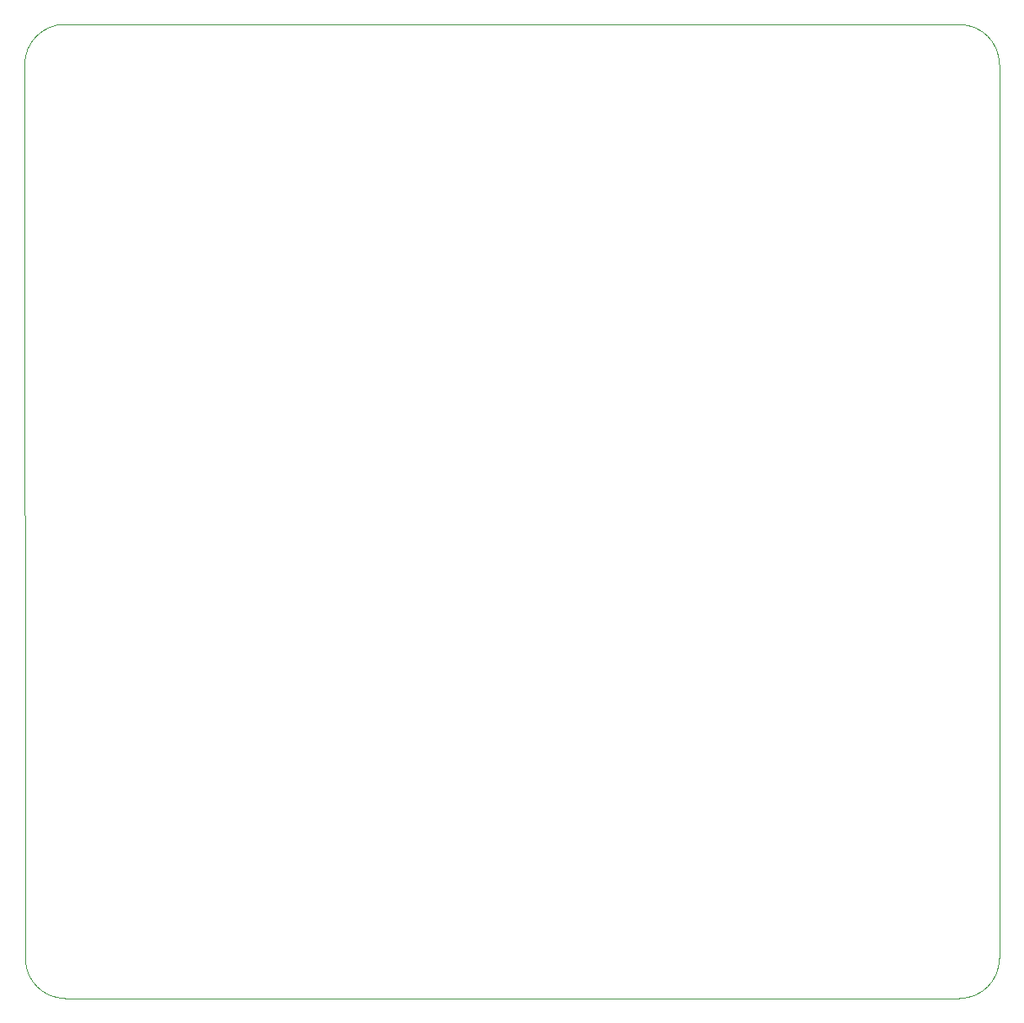
<source format=gm1>
%TF.GenerationSoftware,KiCad,Pcbnew,7.0.7*%
%TF.CreationDate,2024-04-15T18:53:03+09:00*%
%TF.ProjectId,ALTAIR_SERVO_MODULE_V3,414c5441-4952-45f5-9345-52564f5f4d4f,rev?*%
%TF.SameCoordinates,Original*%
%TF.FileFunction,Profile,NP*%
%FSLAX46Y46*%
G04 Gerber Fmt 4.6, Leading zero omitted, Abs format (unit mm)*
G04 Created by KiCad (PCBNEW 7.0.7) date 2024-04-15 18:53:03*
%MOMM*%
%LPD*%
G01*
G04 APERTURE LIST*
%TA.AperFunction,Profile*%
%ADD10C,0.050000*%
%TD*%
G04 APERTURE END LIST*
D10*
X105918000Y-50038000D02*
X106000000Y-140000000D01*
X204000000Y-50000000D02*
G75*
G03*
X200000000Y-46000000I-4000000J0D01*
G01*
X204000000Y-140000000D02*
X204000000Y-50000000D01*
X106000000Y-140000000D02*
G75*
G03*
X110000000Y-144000000I4000000J0D01*
G01*
X109982000Y-45974000D02*
G75*
G03*
X105918000Y-50038000I0J-4064000D01*
G01*
X200000000Y-144000000D02*
G75*
G03*
X204000000Y-140000000I0J4000000D01*
G01*
X200000000Y-46000000D02*
X109982000Y-45974000D01*
X110000000Y-144000000D02*
X200000000Y-144000000D01*
M02*

</source>
